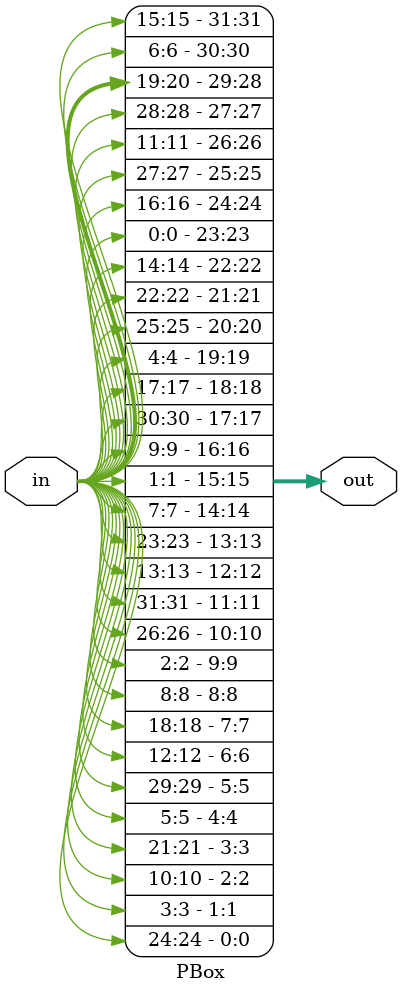
<source format=v>
module PBox(input [0:31] in, output [0:31] out);
	assign out[0] = in[15];
	assign out[1] = in[6];
	assign out[2] = in[19];
	assign out[3] = in[20];
	assign out[4] = in[28];
	assign out[5] = in[11];
	assign out[6] = in[27];
	assign out[7] = in[16];
	assign out[8] = in[0];
	assign out[9] = in[14];
	assign out[10] = in[22];
	assign out[11] = in[25];
	assign out[12] = in[4];
	assign out[13] = in[17];
	assign out[14] = in[30];
	assign out[15] = in[9];
	assign out[16] = in[1];
	assign out[17] = in[7];
	assign out[18] = in[23];
	assign out[19] = in[13];
	assign out[20] = in[31];
	assign out[21] = in[26];
	assign out[22] = in[2];
	assign out[23] = in[8];
	assign out[24] = in[18];
	assign out[25] = in[12];
	assign out[26] = in[29];
	assign out[27] = in[5];
	assign out[28] = in[21];
	assign out[29] = in[10];
	assign out[30] = in[3];
	assign out[31] = in[24];
endmodule

</source>
